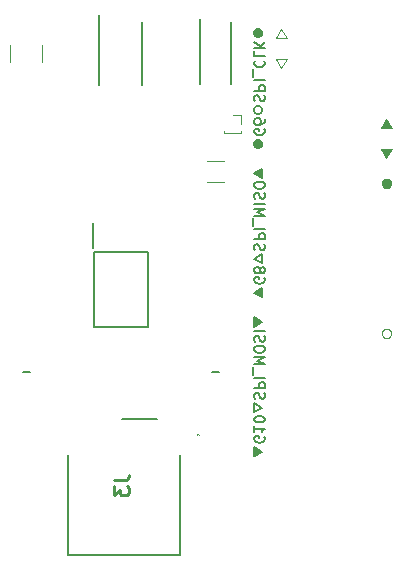
<source format=gbr>
%TF.GenerationSoftware,KiCad,Pcbnew,9.0.5-1.fc42*%
%TF.CreationDate,2025-11-07T12:43:21-08:00*%
%TF.ProjectId,adapter_relay_external,61646170-7465-4725-9f72-656c61795f65,1.0*%
%TF.SameCoordinates,Original*%
%TF.FileFunction,Legend,Bot*%
%TF.FilePolarity,Positive*%
%FSLAX46Y46*%
G04 Gerber Fmt 4.6, Leading zero omitted, Abs format (unit mm)*
G04 Created by KiCad (PCBNEW 9.0.5-1.fc42) date 2025-11-07 12:43:21*
%MOMM*%
%LPD*%
G01*
G04 APERTURE LIST*
%ADD10C,0.100000*%
%ADD11C,0.200000*%
%ADD12C,0.254000*%
%ADD13C,0.120000*%
G04 APERTURE END LIST*
D10*
X139604999Y-110217419D02*
X140033570Y-109455514D01*
X140033570Y-109455514D02*
X139176427Y-109455514D01*
X139176427Y-109455514D02*
X139604999Y-110217419D01*
X139604999Y-106915514D02*
X139176427Y-107677419D01*
X139176427Y-107677419D02*
X140033570Y-107677419D01*
X140033570Y-107677419D02*
X139604999Y-106915514D01*
X148590237Y-132315514D02*
X148399761Y-132315514D01*
X148399761Y-132315514D02*
X148209285Y-132410752D01*
X148209285Y-132410752D02*
X148114047Y-132601228D01*
X148114047Y-132601228D02*
X148114047Y-132791704D01*
X148114047Y-132791704D02*
X148209285Y-132982180D01*
X148209285Y-132982180D02*
X148399761Y-133077419D01*
X148399761Y-133077419D02*
X148590237Y-133077419D01*
X148590237Y-133077419D02*
X148780713Y-132982180D01*
X148780713Y-132982180D02*
X148875951Y-132791704D01*
X148875951Y-132791704D02*
X148875951Y-132601228D01*
X148875951Y-132601228D02*
X148780713Y-132410752D01*
X148780713Y-132410752D02*
X148590237Y-132315514D01*
X148828332Y-119805990D02*
X148828332Y-120186942D01*
X148780713Y-120234561D02*
X148590237Y-120377419D01*
X148780713Y-119758371D02*
X148590237Y-119615514D01*
X148780713Y-119710752D02*
X148780713Y-120282180D01*
X148733094Y-120282180D02*
X148733094Y-119710752D01*
X148685475Y-119663133D02*
X148685475Y-120329800D01*
X148637856Y-120329800D02*
X148637856Y-119663133D01*
X148590237Y-119615514D02*
X148590237Y-120377419D01*
X148542618Y-120377419D02*
X148542618Y-119615514D01*
X148494999Y-119615514D02*
X148494999Y-120377419D01*
X148447380Y-120377419D02*
X148447380Y-119615514D01*
X148399761Y-120377419D02*
X148209285Y-120234561D01*
X148399761Y-119615514D02*
X148399761Y-120377419D01*
X148399761Y-119615514D02*
X148209285Y-119758371D01*
X148352142Y-120329800D02*
X148352142Y-119663133D01*
X148304523Y-119663133D02*
X148304523Y-120329800D01*
X148256904Y-120282180D02*
X148256904Y-119710752D01*
X148209285Y-119710752D02*
X148209285Y-120282180D01*
X148161666Y-120186942D02*
X148161666Y-119805990D01*
X148590237Y-119615514D02*
X148399761Y-119615514D01*
X148399761Y-119615514D02*
X148209285Y-119710752D01*
X148209285Y-119710752D02*
X148114047Y-119901228D01*
X148114047Y-119901228D02*
X148114047Y-120091704D01*
X148114047Y-120091704D02*
X148209285Y-120282180D01*
X148209285Y-120282180D02*
X148399761Y-120377419D01*
X148399761Y-120377419D02*
X148590237Y-120377419D01*
X148590237Y-120377419D02*
X148780713Y-120282180D01*
X148780713Y-120282180D02*
X148875951Y-120091704D01*
X148875951Y-120091704D02*
X148875951Y-119901228D01*
X148875951Y-119901228D02*
X148780713Y-119710752D01*
X148780713Y-119710752D02*
X148590237Y-119615514D01*
X148114047Y-117123133D02*
X148114047Y-117075514D01*
X148161666Y-117218371D02*
X148161666Y-117075514D01*
X148209285Y-117313609D02*
X148209285Y-117075514D01*
X148256904Y-117408847D02*
X148256904Y-117075514D01*
X148304523Y-117456466D02*
X148304523Y-117075514D01*
X148352142Y-117551704D02*
X148352142Y-117075514D01*
X148399761Y-117646942D02*
X148399761Y-117075514D01*
X148447380Y-117742180D02*
X148447380Y-117075514D01*
X148494999Y-117837419D02*
X148494999Y-117075514D01*
X148542618Y-117742180D02*
X148542618Y-117075514D01*
X148590237Y-117646942D02*
X148590237Y-117075514D01*
X148637856Y-117551704D02*
X148637856Y-117075514D01*
X148685475Y-117456466D02*
X148685475Y-117075514D01*
X148733094Y-117408847D02*
X148733094Y-117075514D01*
X148780713Y-117313609D02*
X148780713Y-117075514D01*
X148828332Y-117218371D02*
X148828332Y-117075514D01*
X148875951Y-117075514D02*
X148494999Y-117789800D01*
X148494999Y-117789800D02*
X148114047Y-117075514D01*
X148875951Y-117123133D02*
X148875951Y-117075514D01*
X148494999Y-117837419D02*
X148923570Y-117075514D01*
X148923570Y-117075514D02*
X148066427Y-117075514D01*
X148066427Y-117075514D02*
X148494999Y-117837419D01*
D11*
X137336900Y-143064284D02*
X137294042Y-143064284D01*
X137422614Y-143021427D02*
X137294042Y-143021427D01*
X137508328Y-142978570D02*
X137294042Y-142978570D01*
X137594042Y-142935712D02*
X137294042Y-142935712D01*
X137636900Y-142892855D02*
X137294042Y-142892855D01*
X137722614Y-142849998D02*
X137294042Y-142849998D01*
X137808328Y-142807141D02*
X137294042Y-142807141D01*
X137894042Y-142764284D02*
X137294042Y-142764284D01*
X137979757Y-142721427D02*
X137294042Y-142721427D01*
X137894042Y-142678570D02*
X137294042Y-142678570D01*
X137808328Y-142635712D02*
X137294042Y-142635712D01*
X137722614Y-142592855D02*
X137294042Y-142592855D01*
X137636900Y-142549998D02*
X137294042Y-142549998D01*
X137594042Y-142507141D02*
X137294042Y-142507141D01*
X137508328Y-142464284D02*
X137294042Y-142464284D01*
X137422614Y-142421427D02*
X137294042Y-142421427D01*
X137294042Y-142378570D02*
X137936900Y-142721427D01*
X137936900Y-142721427D02*
X137294042Y-143064284D01*
X137336900Y-142378570D02*
X137294042Y-142378570D01*
X137979757Y-142721427D02*
X137294042Y-142335712D01*
X137294042Y-142335712D02*
X137294042Y-143107141D01*
X137294042Y-143107141D02*
X137979757Y-142721427D01*
X138151185Y-141478569D02*
X138194042Y-141564284D01*
X138194042Y-141564284D02*
X138194042Y-141692855D01*
X138194042Y-141692855D02*
X138151185Y-141821426D01*
X138151185Y-141821426D02*
X138065471Y-141907141D01*
X138065471Y-141907141D02*
X137979757Y-141949998D01*
X137979757Y-141949998D02*
X137808328Y-141992855D01*
X137808328Y-141992855D02*
X137679757Y-141992855D01*
X137679757Y-141992855D02*
X137508328Y-141949998D01*
X137508328Y-141949998D02*
X137422614Y-141907141D01*
X137422614Y-141907141D02*
X137336900Y-141821426D01*
X137336900Y-141821426D02*
X137294042Y-141692855D01*
X137294042Y-141692855D02*
X137294042Y-141607141D01*
X137294042Y-141607141D02*
X137336900Y-141478569D01*
X137336900Y-141478569D02*
X137379757Y-141435712D01*
X137379757Y-141435712D02*
X137679757Y-141435712D01*
X137679757Y-141435712D02*
X137679757Y-141607141D01*
X137294042Y-140578569D02*
X137294042Y-141092855D01*
X137294042Y-140835712D02*
X138194042Y-140835712D01*
X138194042Y-140835712D02*
X138065471Y-140921426D01*
X138065471Y-140921426D02*
X137979757Y-141007141D01*
X137979757Y-141007141D02*
X137936900Y-141092855D01*
X138194042Y-140021426D02*
X138194042Y-139935712D01*
X138194042Y-139935712D02*
X138151185Y-139849998D01*
X138151185Y-139849998D02*
X138108328Y-139807141D01*
X138108328Y-139807141D02*
X138022614Y-139764283D01*
X138022614Y-139764283D02*
X137851185Y-139721426D01*
X137851185Y-139721426D02*
X137636900Y-139721426D01*
X137636900Y-139721426D02*
X137465471Y-139764283D01*
X137465471Y-139764283D02*
X137379757Y-139807141D01*
X137379757Y-139807141D02*
X137336900Y-139849998D01*
X137336900Y-139849998D02*
X137294042Y-139935712D01*
X137294042Y-139935712D02*
X137294042Y-140021426D01*
X137294042Y-140021426D02*
X137336900Y-140107141D01*
X137336900Y-140107141D02*
X137379757Y-140149998D01*
X137379757Y-140149998D02*
X137465471Y-140192855D01*
X137465471Y-140192855D02*
X137636900Y-140235712D01*
X137636900Y-140235712D02*
X137851185Y-140235712D01*
X137851185Y-140235712D02*
X138022614Y-140192855D01*
X138022614Y-140192855D02*
X138108328Y-140149998D01*
X138108328Y-140149998D02*
X138151185Y-140107141D01*
X138151185Y-140107141D02*
X138194042Y-140021426D01*
X137979757Y-138992855D02*
X137294042Y-138607140D01*
X137294042Y-138607140D02*
X137294042Y-139378569D01*
X137294042Y-139378569D02*
X137979757Y-138992855D01*
X137336900Y-138264283D02*
X137294042Y-138135712D01*
X137294042Y-138135712D02*
X137294042Y-137921426D01*
X137294042Y-137921426D02*
X137336900Y-137835712D01*
X137336900Y-137835712D02*
X137379757Y-137792854D01*
X137379757Y-137792854D02*
X137465471Y-137749997D01*
X137465471Y-137749997D02*
X137551185Y-137749997D01*
X137551185Y-137749997D02*
X137636900Y-137792854D01*
X137636900Y-137792854D02*
X137679757Y-137835712D01*
X137679757Y-137835712D02*
X137722614Y-137921426D01*
X137722614Y-137921426D02*
X137765471Y-138092854D01*
X137765471Y-138092854D02*
X137808328Y-138178569D01*
X137808328Y-138178569D02*
X137851185Y-138221426D01*
X137851185Y-138221426D02*
X137936900Y-138264283D01*
X137936900Y-138264283D02*
X138022614Y-138264283D01*
X138022614Y-138264283D02*
X138108328Y-138221426D01*
X138108328Y-138221426D02*
X138151185Y-138178569D01*
X138151185Y-138178569D02*
X138194042Y-138092854D01*
X138194042Y-138092854D02*
X138194042Y-137878569D01*
X138194042Y-137878569D02*
X138151185Y-137749997D01*
X137294042Y-137364283D02*
X138194042Y-137364283D01*
X138194042Y-137364283D02*
X138194042Y-137021426D01*
X138194042Y-137021426D02*
X138151185Y-136935711D01*
X138151185Y-136935711D02*
X138108328Y-136892854D01*
X138108328Y-136892854D02*
X138022614Y-136849997D01*
X138022614Y-136849997D02*
X137894042Y-136849997D01*
X137894042Y-136849997D02*
X137808328Y-136892854D01*
X137808328Y-136892854D02*
X137765471Y-136935711D01*
X137765471Y-136935711D02*
X137722614Y-137021426D01*
X137722614Y-137021426D02*
X137722614Y-137364283D01*
X137294042Y-136464283D02*
X138194042Y-136464283D01*
X137208328Y-136249998D02*
X137208328Y-135564283D01*
X137294042Y-135349998D02*
X138194042Y-135349998D01*
X138194042Y-135349998D02*
X137551185Y-135049998D01*
X137551185Y-135049998D02*
X138194042Y-134749998D01*
X138194042Y-134749998D02*
X137294042Y-134749998D01*
X138194042Y-134149998D02*
X138194042Y-133978570D01*
X138194042Y-133978570D02*
X138151185Y-133892855D01*
X138151185Y-133892855D02*
X138065471Y-133807141D01*
X138065471Y-133807141D02*
X137894042Y-133764284D01*
X137894042Y-133764284D02*
X137594042Y-133764284D01*
X137594042Y-133764284D02*
X137422614Y-133807141D01*
X137422614Y-133807141D02*
X137336900Y-133892855D01*
X137336900Y-133892855D02*
X137294042Y-133978570D01*
X137294042Y-133978570D02*
X137294042Y-134149998D01*
X137294042Y-134149998D02*
X137336900Y-134235713D01*
X137336900Y-134235713D02*
X137422614Y-134321427D01*
X137422614Y-134321427D02*
X137594042Y-134364284D01*
X137594042Y-134364284D02*
X137894042Y-134364284D01*
X137894042Y-134364284D02*
X138065471Y-134321427D01*
X138065471Y-134321427D02*
X138151185Y-134235713D01*
X138151185Y-134235713D02*
X138194042Y-134149998D01*
X137336900Y-133421427D02*
X137294042Y-133292856D01*
X137294042Y-133292856D02*
X137294042Y-133078570D01*
X137294042Y-133078570D02*
X137336900Y-132992856D01*
X137336900Y-132992856D02*
X137379757Y-132949998D01*
X137379757Y-132949998D02*
X137465471Y-132907141D01*
X137465471Y-132907141D02*
X137551185Y-132907141D01*
X137551185Y-132907141D02*
X137636900Y-132949998D01*
X137636900Y-132949998D02*
X137679757Y-132992856D01*
X137679757Y-132992856D02*
X137722614Y-133078570D01*
X137722614Y-133078570D02*
X137765471Y-133249998D01*
X137765471Y-133249998D02*
X137808328Y-133335713D01*
X137808328Y-133335713D02*
X137851185Y-133378570D01*
X137851185Y-133378570D02*
X137936900Y-133421427D01*
X137936900Y-133421427D02*
X138022614Y-133421427D01*
X138022614Y-133421427D02*
X138108328Y-133378570D01*
X138108328Y-133378570D02*
X138151185Y-133335713D01*
X138151185Y-133335713D02*
X138194042Y-133249998D01*
X138194042Y-133249998D02*
X138194042Y-133035713D01*
X138194042Y-133035713D02*
X138151185Y-132907141D01*
X137294042Y-132521427D02*
X138194042Y-132521427D01*
X137336900Y-132092856D02*
X137294042Y-132092856D01*
X137422614Y-132049999D02*
X137294042Y-132049999D01*
X137508328Y-132007142D02*
X137294042Y-132007142D01*
X137594042Y-131964284D02*
X137294042Y-131964284D01*
X137636900Y-131921427D02*
X137294042Y-131921427D01*
X137722614Y-131878570D02*
X137294042Y-131878570D01*
X137808328Y-131835713D02*
X137294042Y-131835713D01*
X137894042Y-131792856D02*
X137294042Y-131792856D01*
X137979757Y-131749999D02*
X137294042Y-131749999D01*
X137894042Y-131707142D02*
X137294042Y-131707142D01*
X137808328Y-131664284D02*
X137294042Y-131664284D01*
X137722614Y-131621427D02*
X137294042Y-131621427D01*
X137636900Y-131578570D02*
X137294042Y-131578570D01*
X137594042Y-131535713D02*
X137294042Y-131535713D01*
X137508328Y-131492856D02*
X137294042Y-131492856D01*
X137422614Y-131449999D02*
X137294042Y-131449999D01*
X137294042Y-131407142D02*
X137936900Y-131749999D01*
X137936900Y-131749999D02*
X137294042Y-132092856D01*
X137336900Y-131407142D02*
X137294042Y-131407142D01*
X137979757Y-131749999D02*
X137294042Y-131364284D01*
X137294042Y-131364284D02*
X137294042Y-132135713D01*
X137294042Y-132135713D02*
X137979757Y-131749999D01*
X137936900Y-128921428D02*
X137979757Y-128921428D01*
X137851185Y-128964285D02*
X137979757Y-128964285D01*
X137765471Y-129007142D02*
X137979757Y-129007142D01*
X137679757Y-129049999D02*
X137979757Y-129049999D01*
X137636900Y-129092856D02*
X137979757Y-129092856D01*
X137551185Y-129135713D02*
X137979757Y-129135713D01*
X137465471Y-129178570D02*
X137979757Y-129178570D01*
X137379757Y-129221428D02*
X137979757Y-129221428D01*
X137294042Y-129264285D02*
X137979757Y-129264285D01*
X137379757Y-129307142D02*
X137979757Y-129307142D01*
X137465471Y-129349999D02*
X137979757Y-129349999D01*
X137551185Y-129392856D02*
X137979757Y-129392856D01*
X137636900Y-129435713D02*
X137979757Y-129435713D01*
X137679757Y-129478570D02*
X137979757Y-129478570D01*
X137765471Y-129521428D02*
X137979757Y-129521428D01*
X137851185Y-129564285D02*
X137979757Y-129564285D01*
X137979757Y-129607142D02*
X137336900Y-129264285D01*
X137336900Y-129264285D02*
X137979757Y-128921428D01*
X137936900Y-129607142D02*
X137979757Y-129607142D01*
X137294042Y-129264285D02*
X137979757Y-129649999D01*
X137979757Y-129649999D02*
X137979757Y-128878570D01*
X137979757Y-128878570D02*
X137294042Y-129264285D01*
X138151185Y-128021427D02*
X138194042Y-128107142D01*
X138194042Y-128107142D02*
X138194042Y-128235713D01*
X138194042Y-128235713D02*
X138151185Y-128364284D01*
X138151185Y-128364284D02*
X138065471Y-128449999D01*
X138065471Y-128449999D02*
X137979757Y-128492856D01*
X137979757Y-128492856D02*
X137808328Y-128535713D01*
X137808328Y-128535713D02*
X137679757Y-128535713D01*
X137679757Y-128535713D02*
X137508328Y-128492856D01*
X137508328Y-128492856D02*
X137422614Y-128449999D01*
X137422614Y-128449999D02*
X137336900Y-128364284D01*
X137336900Y-128364284D02*
X137294042Y-128235713D01*
X137294042Y-128235713D02*
X137294042Y-128149999D01*
X137294042Y-128149999D02*
X137336900Y-128021427D01*
X137336900Y-128021427D02*
X137379757Y-127978570D01*
X137379757Y-127978570D02*
X137679757Y-127978570D01*
X137679757Y-127978570D02*
X137679757Y-128149999D01*
X137808328Y-127464284D02*
X137851185Y-127549999D01*
X137851185Y-127549999D02*
X137894042Y-127592856D01*
X137894042Y-127592856D02*
X137979757Y-127635713D01*
X137979757Y-127635713D02*
X138022614Y-127635713D01*
X138022614Y-127635713D02*
X138108328Y-127592856D01*
X138108328Y-127592856D02*
X138151185Y-127549999D01*
X138151185Y-127549999D02*
X138194042Y-127464284D01*
X138194042Y-127464284D02*
X138194042Y-127292856D01*
X138194042Y-127292856D02*
X138151185Y-127207142D01*
X138151185Y-127207142D02*
X138108328Y-127164284D01*
X138108328Y-127164284D02*
X138022614Y-127121427D01*
X138022614Y-127121427D02*
X137979757Y-127121427D01*
X137979757Y-127121427D02*
X137894042Y-127164284D01*
X137894042Y-127164284D02*
X137851185Y-127207142D01*
X137851185Y-127207142D02*
X137808328Y-127292856D01*
X137808328Y-127292856D02*
X137808328Y-127464284D01*
X137808328Y-127464284D02*
X137765471Y-127549999D01*
X137765471Y-127549999D02*
X137722614Y-127592856D01*
X137722614Y-127592856D02*
X137636900Y-127635713D01*
X137636900Y-127635713D02*
X137465471Y-127635713D01*
X137465471Y-127635713D02*
X137379757Y-127592856D01*
X137379757Y-127592856D02*
X137336900Y-127549999D01*
X137336900Y-127549999D02*
X137294042Y-127464284D01*
X137294042Y-127464284D02*
X137294042Y-127292856D01*
X137294042Y-127292856D02*
X137336900Y-127207142D01*
X137336900Y-127207142D02*
X137379757Y-127164284D01*
X137379757Y-127164284D02*
X137465471Y-127121427D01*
X137465471Y-127121427D02*
X137636900Y-127121427D01*
X137636900Y-127121427D02*
X137722614Y-127164284D01*
X137722614Y-127164284D02*
X137765471Y-127207142D01*
X137765471Y-127207142D02*
X137808328Y-127292856D01*
X137294042Y-126392856D02*
X137979757Y-126778570D01*
X137979757Y-126778570D02*
X137979757Y-126007141D01*
X137979757Y-126007141D02*
X137294042Y-126392856D01*
X137336900Y-125664284D02*
X137294042Y-125535713D01*
X137294042Y-125535713D02*
X137294042Y-125321427D01*
X137294042Y-125321427D02*
X137336900Y-125235713D01*
X137336900Y-125235713D02*
X137379757Y-125192855D01*
X137379757Y-125192855D02*
X137465471Y-125149998D01*
X137465471Y-125149998D02*
X137551185Y-125149998D01*
X137551185Y-125149998D02*
X137636900Y-125192855D01*
X137636900Y-125192855D02*
X137679757Y-125235713D01*
X137679757Y-125235713D02*
X137722614Y-125321427D01*
X137722614Y-125321427D02*
X137765471Y-125492855D01*
X137765471Y-125492855D02*
X137808328Y-125578570D01*
X137808328Y-125578570D02*
X137851185Y-125621427D01*
X137851185Y-125621427D02*
X137936900Y-125664284D01*
X137936900Y-125664284D02*
X138022614Y-125664284D01*
X138022614Y-125664284D02*
X138108328Y-125621427D01*
X138108328Y-125621427D02*
X138151185Y-125578570D01*
X138151185Y-125578570D02*
X138194042Y-125492855D01*
X138194042Y-125492855D02*
X138194042Y-125278570D01*
X138194042Y-125278570D02*
X138151185Y-125149998D01*
X137294042Y-124764284D02*
X138194042Y-124764284D01*
X138194042Y-124764284D02*
X138194042Y-124421427D01*
X138194042Y-124421427D02*
X138151185Y-124335712D01*
X138151185Y-124335712D02*
X138108328Y-124292855D01*
X138108328Y-124292855D02*
X138022614Y-124249998D01*
X138022614Y-124249998D02*
X137894042Y-124249998D01*
X137894042Y-124249998D02*
X137808328Y-124292855D01*
X137808328Y-124292855D02*
X137765471Y-124335712D01*
X137765471Y-124335712D02*
X137722614Y-124421427D01*
X137722614Y-124421427D02*
X137722614Y-124764284D01*
X137294042Y-123864284D02*
X138194042Y-123864284D01*
X137208328Y-123649999D02*
X137208328Y-122964284D01*
X137294042Y-122749999D02*
X138194042Y-122749999D01*
X138194042Y-122749999D02*
X137551185Y-122449999D01*
X137551185Y-122449999D02*
X138194042Y-122149999D01*
X138194042Y-122149999D02*
X137294042Y-122149999D01*
X137294042Y-121721428D02*
X138194042Y-121721428D01*
X137336900Y-121335714D02*
X137294042Y-121207143D01*
X137294042Y-121207143D02*
X137294042Y-120992857D01*
X137294042Y-120992857D02*
X137336900Y-120907143D01*
X137336900Y-120907143D02*
X137379757Y-120864285D01*
X137379757Y-120864285D02*
X137465471Y-120821428D01*
X137465471Y-120821428D02*
X137551185Y-120821428D01*
X137551185Y-120821428D02*
X137636900Y-120864285D01*
X137636900Y-120864285D02*
X137679757Y-120907143D01*
X137679757Y-120907143D02*
X137722614Y-120992857D01*
X137722614Y-120992857D02*
X137765471Y-121164285D01*
X137765471Y-121164285D02*
X137808328Y-121250000D01*
X137808328Y-121250000D02*
X137851185Y-121292857D01*
X137851185Y-121292857D02*
X137936900Y-121335714D01*
X137936900Y-121335714D02*
X138022614Y-121335714D01*
X138022614Y-121335714D02*
X138108328Y-121292857D01*
X138108328Y-121292857D02*
X138151185Y-121250000D01*
X138151185Y-121250000D02*
X138194042Y-121164285D01*
X138194042Y-121164285D02*
X138194042Y-120950000D01*
X138194042Y-120950000D02*
X138151185Y-120821428D01*
X138194042Y-120264285D02*
X138194042Y-120092857D01*
X138194042Y-120092857D02*
X138151185Y-120007142D01*
X138151185Y-120007142D02*
X138065471Y-119921428D01*
X138065471Y-119921428D02*
X137894042Y-119878571D01*
X137894042Y-119878571D02*
X137594042Y-119878571D01*
X137594042Y-119878571D02*
X137422614Y-119921428D01*
X137422614Y-119921428D02*
X137336900Y-120007142D01*
X137336900Y-120007142D02*
X137294042Y-120092857D01*
X137294042Y-120092857D02*
X137294042Y-120264285D01*
X137294042Y-120264285D02*
X137336900Y-120350000D01*
X137336900Y-120350000D02*
X137422614Y-120435714D01*
X137422614Y-120435714D02*
X137594042Y-120478571D01*
X137594042Y-120478571D02*
X137894042Y-120478571D01*
X137894042Y-120478571D02*
X138065471Y-120435714D01*
X138065471Y-120435714D02*
X138151185Y-120350000D01*
X138151185Y-120350000D02*
X138194042Y-120264285D01*
X137936900Y-118807143D02*
X137979757Y-118807143D01*
X137851185Y-118850000D02*
X137979757Y-118850000D01*
X137765471Y-118892857D02*
X137979757Y-118892857D01*
X137679757Y-118935714D02*
X137979757Y-118935714D01*
X137636900Y-118978571D02*
X137979757Y-118978571D01*
X137551185Y-119021428D02*
X137979757Y-119021428D01*
X137465471Y-119064285D02*
X137979757Y-119064285D01*
X137379757Y-119107143D02*
X137979757Y-119107143D01*
X137294042Y-119150000D02*
X137979757Y-119150000D01*
X137379757Y-119192857D02*
X137979757Y-119192857D01*
X137465471Y-119235714D02*
X137979757Y-119235714D01*
X137551185Y-119278571D02*
X137979757Y-119278571D01*
X137636900Y-119321428D02*
X137979757Y-119321428D01*
X137679757Y-119364285D02*
X137979757Y-119364285D01*
X137765471Y-119407143D02*
X137979757Y-119407143D01*
X137851185Y-119450000D02*
X137979757Y-119450000D01*
X137979757Y-119492857D02*
X137336900Y-119150000D01*
X137336900Y-119150000D02*
X137979757Y-118807143D01*
X137936900Y-119492857D02*
X137979757Y-119492857D01*
X137294042Y-119150000D02*
X137979757Y-119535714D01*
X137979757Y-119535714D02*
X137979757Y-118764285D01*
X137979757Y-118764285D02*
X137294042Y-119150000D01*
X137808328Y-116964286D02*
X137465471Y-116964286D01*
X137422614Y-116921429D02*
X137294042Y-116750000D01*
X137851185Y-116921429D02*
X137979757Y-116750000D01*
X137894042Y-116921429D02*
X137379757Y-116921429D01*
X137379757Y-116878571D02*
X137894042Y-116878571D01*
X137936900Y-116835714D02*
X137336900Y-116835714D01*
X137336900Y-116792857D02*
X137936900Y-116792857D01*
X137979757Y-116750000D02*
X137294042Y-116750000D01*
X137294042Y-116707143D02*
X137979757Y-116707143D01*
X137979757Y-116664286D02*
X137294042Y-116664286D01*
X137294042Y-116621429D02*
X137979757Y-116621429D01*
X137294042Y-116578571D02*
X137422614Y-116407143D01*
X137979757Y-116578571D02*
X137294042Y-116578571D01*
X137979757Y-116578571D02*
X137851185Y-116407143D01*
X137336900Y-116535714D02*
X137936900Y-116535714D01*
X137936900Y-116492857D02*
X137336900Y-116492857D01*
X137379757Y-116450000D02*
X137894042Y-116450000D01*
X137894042Y-116407143D02*
X137379757Y-116407143D01*
X137465471Y-116364286D02*
X137808328Y-116364286D01*
X137979757Y-116750000D02*
X137979757Y-116578571D01*
X137979757Y-116578571D02*
X137894042Y-116407143D01*
X137894042Y-116407143D02*
X137722614Y-116321429D01*
X137722614Y-116321429D02*
X137551185Y-116321429D01*
X137551185Y-116321429D02*
X137379757Y-116407143D01*
X137379757Y-116407143D02*
X137294042Y-116578571D01*
X137294042Y-116578571D02*
X137294042Y-116750000D01*
X137294042Y-116750000D02*
X137379757Y-116921429D01*
X137379757Y-116921429D02*
X137551185Y-117007143D01*
X137551185Y-117007143D02*
X137722614Y-117007143D01*
X137722614Y-117007143D02*
X137894042Y-116921429D01*
X137894042Y-116921429D02*
X137979757Y-116750000D01*
X138151185Y-115421428D02*
X138194042Y-115507143D01*
X138194042Y-115507143D02*
X138194042Y-115635714D01*
X138194042Y-115635714D02*
X138151185Y-115764285D01*
X138151185Y-115764285D02*
X138065471Y-115850000D01*
X138065471Y-115850000D02*
X137979757Y-115892857D01*
X137979757Y-115892857D02*
X137808328Y-115935714D01*
X137808328Y-115935714D02*
X137679757Y-115935714D01*
X137679757Y-115935714D02*
X137508328Y-115892857D01*
X137508328Y-115892857D02*
X137422614Y-115850000D01*
X137422614Y-115850000D02*
X137336900Y-115764285D01*
X137336900Y-115764285D02*
X137294042Y-115635714D01*
X137294042Y-115635714D02*
X137294042Y-115550000D01*
X137294042Y-115550000D02*
X137336900Y-115421428D01*
X137336900Y-115421428D02*
X137379757Y-115378571D01*
X137379757Y-115378571D02*
X137679757Y-115378571D01*
X137679757Y-115378571D02*
X137679757Y-115550000D01*
X138194042Y-114607143D02*
X138194042Y-114778571D01*
X138194042Y-114778571D02*
X138151185Y-114864285D01*
X138151185Y-114864285D02*
X138108328Y-114907143D01*
X138108328Y-114907143D02*
X137979757Y-114992857D01*
X137979757Y-114992857D02*
X137808328Y-115035714D01*
X137808328Y-115035714D02*
X137465471Y-115035714D01*
X137465471Y-115035714D02*
X137379757Y-114992857D01*
X137379757Y-114992857D02*
X137336900Y-114950000D01*
X137336900Y-114950000D02*
X137294042Y-114864285D01*
X137294042Y-114864285D02*
X137294042Y-114692857D01*
X137294042Y-114692857D02*
X137336900Y-114607143D01*
X137336900Y-114607143D02*
X137379757Y-114564285D01*
X137379757Y-114564285D02*
X137465471Y-114521428D01*
X137465471Y-114521428D02*
X137679757Y-114521428D01*
X137679757Y-114521428D02*
X137765471Y-114564285D01*
X137765471Y-114564285D02*
X137808328Y-114607143D01*
X137808328Y-114607143D02*
X137851185Y-114692857D01*
X137851185Y-114692857D02*
X137851185Y-114864285D01*
X137851185Y-114864285D02*
X137808328Y-114950000D01*
X137808328Y-114950000D02*
X137765471Y-114992857D01*
X137765471Y-114992857D02*
X137679757Y-115035714D01*
X137979757Y-113878571D02*
X137979757Y-113707142D01*
X137979757Y-113707142D02*
X137894042Y-113535714D01*
X137894042Y-113535714D02*
X137722614Y-113450000D01*
X137722614Y-113450000D02*
X137551185Y-113450000D01*
X137551185Y-113450000D02*
X137379757Y-113535714D01*
X137379757Y-113535714D02*
X137294042Y-113707142D01*
X137294042Y-113707142D02*
X137294042Y-113878571D01*
X137294042Y-113878571D02*
X137379757Y-114050000D01*
X137379757Y-114050000D02*
X137551185Y-114135714D01*
X137551185Y-114135714D02*
X137722614Y-114135714D01*
X137722614Y-114135714D02*
X137894042Y-114050000D01*
X137894042Y-114050000D02*
X137979757Y-113878571D01*
X137336900Y-113064285D02*
X137294042Y-112935714D01*
X137294042Y-112935714D02*
X137294042Y-112721428D01*
X137294042Y-112721428D02*
X137336900Y-112635714D01*
X137336900Y-112635714D02*
X137379757Y-112592856D01*
X137379757Y-112592856D02*
X137465471Y-112549999D01*
X137465471Y-112549999D02*
X137551185Y-112549999D01*
X137551185Y-112549999D02*
X137636900Y-112592856D01*
X137636900Y-112592856D02*
X137679757Y-112635714D01*
X137679757Y-112635714D02*
X137722614Y-112721428D01*
X137722614Y-112721428D02*
X137765471Y-112892856D01*
X137765471Y-112892856D02*
X137808328Y-112978571D01*
X137808328Y-112978571D02*
X137851185Y-113021428D01*
X137851185Y-113021428D02*
X137936900Y-113064285D01*
X137936900Y-113064285D02*
X138022614Y-113064285D01*
X138022614Y-113064285D02*
X138108328Y-113021428D01*
X138108328Y-113021428D02*
X138151185Y-112978571D01*
X138151185Y-112978571D02*
X138194042Y-112892856D01*
X138194042Y-112892856D02*
X138194042Y-112678571D01*
X138194042Y-112678571D02*
X138151185Y-112549999D01*
X137294042Y-112164285D02*
X138194042Y-112164285D01*
X138194042Y-112164285D02*
X138194042Y-111821428D01*
X138194042Y-111821428D02*
X138151185Y-111735713D01*
X138151185Y-111735713D02*
X138108328Y-111692856D01*
X138108328Y-111692856D02*
X138022614Y-111649999D01*
X138022614Y-111649999D02*
X137894042Y-111649999D01*
X137894042Y-111649999D02*
X137808328Y-111692856D01*
X137808328Y-111692856D02*
X137765471Y-111735713D01*
X137765471Y-111735713D02*
X137722614Y-111821428D01*
X137722614Y-111821428D02*
X137722614Y-112164285D01*
X137294042Y-111264285D02*
X138194042Y-111264285D01*
X137208328Y-111050000D02*
X137208328Y-110364285D01*
X137379757Y-109635714D02*
X137336900Y-109678571D01*
X137336900Y-109678571D02*
X137294042Y-109807143D01*
X137294042Y-109807143D02*
X137294042Y-109892857D01*
X137294042Y-109892857D02*
X137336900Y-110021428D01*
X137336900Y-110021428D02*
X137422614Y-110107143D01*
X137422614Y-110107143D02*
X137508328Y-110150000D01*
X137508328Y-110150000D02*
X137679757Y-110192857D01*
X137679757Y-110192857D02*
X137808328Y-110192857D01*
X137808328Y-110192857D02*
X137979757Y-110150000D01*
X137979757Y-110150000D02*
X138065471Y-110107143D01*
X138065471Y-110107143D02*
X138151185Y-110021428D01*
X138151185Y-110021428D02*
X138194042Y-109892857D01*
X138194042Y-109892857D02*
X138194042Y-109807143D01*
X138194042Y-109807143D02*
X138151185Y-109678571D01*
X138151185Y-109678571D02*
X138108328Y-109635714D01*
X137294042Y-108821428D02*
X137294042Y-109250000D01*
X137294042Y-109250000D02*
X138194042Y-109250000D01*
X137294042Y-108521429D02*
X138194042Y-108521429D01*
X137294042Y-108007143D02*
X137808328Y-108392857D01*
X138194042Y-108007143D02*
X137679757Y-108521429D01*
X137808328Y-107578572D02*
X137465471Y-107578572D01*
X137422614Y-107535715D02*
X137294042Y-107364286D01*
X137851185Y-107535715D02*
X137979757Y-107364286D01*
X137894042Y-107535715D02*
X137379757Y-107535715D01*
X137379757Y-107492857D02*
X137894042Y-107492857D01*
X137936900Y-107450000D02*
X137336900Y-107450000D01*
X137336900Y-107407143D02*
X137936900Y-107407143D01*
X137979757Y-107364286D02*
X137294042Y-107364286D01*
X137294042Y-107321429D02*
X137979757Y-107321429D01*
X137979757Y-107278572D02*
X137294042Y-107278572D01*
X137294042Y-107235715D02*
X137979757Y-107235715D01*
X137294042Y-107192857D02*
X137422614Y-107021429D01*
X137979757Y-107192857D02*
X137294042Y-107192857D01*
X137979757Y-107192857D02*
X137851185Y-107021429D01*
X137336900Y-107150000D02*
X137936900Y-107150000D01*
X137936900Y-107107143D02*
X137336900Y-107107143D01*
X137379757Y-107064286D02*
X137894042Y-107064286D01*
X137894042Y-107021429D02*
X137379757Y-107021429D01*
X137465471Y-106978572D02*
X137808328Y-106978572D01*
X137979757Y-107364286D02*
X137979757Y-107192857D01*
X137979757Y-107192857D02*
X137894042Y-107021429D01*
X137894042Y-107021429D02*
X137722614Y-106935715D01*
X137722614Y-106935715D02*
X137551185Y-106935715D01*
X137551185Y-106935715D02*
X137379757Y-107021429D01*
X137379757Y-107021429D02*
X137294042Y-107192857D01*
X137294042Y-107192857D02*
X137294042Y-107364286D01*
X137294042Y-107364286D02*
X137379757Y-107535715D01*
X137379757Y-107535715D02*
X137551185Y-107621429D01*
X137551185Y-107621429D02*
X137722614Y-107621429D01*
X137722614Y-107621429D02*
X137894042Y-107535715D01*
X137894042Y-107535715D02*
X137979757Y-107364286D01*
D10*
X148875951Y-115249800D02*
X148875951Y-115297419D01*
X148828332Y-115154561D02*
X148828332Y-115297419D01*
X148780713Y-115059323D02*
X148780713Y-115297419D01*
X148733094Y-114964085D02*
X148733094Y-115297419D01*
X148685475Y-114916466D02*
X148685475Y-115297419D01*
X148637856Y-114821228D02*
X148637856Y-115297419D01*
X148590237Y-114725990D02*
X148590237Y-115297419D01*
X148542618Y-114630752D02*
X148542618Y-115297419D01*
X148494999Y-114535514D02*
X148494999Y-115297419D01*
X148447380Y-114630752D02*
X148447380Y-115297419D01*
X148399761Y-114725990D02*
X148399761Y-115297419D01*
X148352142Y-114821228D02*
X148352142Y-115297419D01*
X148304523Y-114916466D02*
X148304523Y-115297419D01*
X148256904Y-114964085D02*
X148256904Y-115297419D01*
X148209285Y-115059323D02*
X148209285Y-115297419D01*
X148161666Y-115154561D02*
X148161666Y-115297419D01*
X148114047Y-115297419D02*
X148494999Y-114583133D01*
X148494999Y-114583133D02*
X148875951Y-115297419D01*
X148114047Y-115249800D02*
X148114047Y-115297419D01*
X148494999Y-114535514D02*
X148066427Y-115297419D01*
X148066427Y-115297419D02*
X148923570Y-115297419D01*
X148923570Y-115297419D02*
X148494999Y-114535514D01*
D12*
X125410318Y-145170667D02*
X126317461Y-145170667D01*
X126317461Y-145170667D02*
X126498889Y-145110190D01*
X126498889Y-145110190D02*
X126619842Y-144989238D01*
X126619842Y-144989238D02*
X126680318Y-144807809D01*
X126680318Y-144807809D02*
X126680318Y-144686857D01*
X125410318Y-145654476D02*
X125410318Y-146440667D01*
X125410318Y-146440667D02*
X125894127Y-146017333D01*
X125894127Y-146017333D02*
X125894127Y-146198762D01*
X125894127Y-146198762D02*
X125954603Y-146319714D01*
X125954603Y-146319714D02*
X126015080Y-146380190D01*
X126015080Y-146380190D02*
X126136032Y-146440667D01*
X126136032Y-146440667D02*
X126438413Y-146440667D01*
X126438413Y-146440667D02*
X126559365Y-146380190D01*
X126559365Y-146380190D02*
X126619842Y-146319714D01*
X126619842Y-146319714D02*
X126680318Y-146198762D01*
X126680318Y-146198762D02*
X126680318Y-145835905D01*
X126680318Y-145835905D02*
X126619842Y-145714952D01*
X126619842Y-145714952D02*
X126559365Y-145654476D01*
D13*
%TO.C,J4*%
X136207500Y-114265000D02*
X135462500Y-114265000D01*
X136207500Y-115000000D02*
X136207500Y-114265000D01*
X136207500Y-115735000D02*
X136207500Y-115610000D01*
X136207500Y-115735000D02*
X136148065Y-115735000D01*
X136207500Y-115735000D02*
X134717500Y-115735000D01*
X134776935Y-115735000D02*
X134717500Y-115735000D01*
X134717500Y-115735000D02*
X134717500Y-115610000D01*
D11*
%TO.C,F1*%
X134300000Y-136000000D02*
X133700000Y-136000000D01*
%TO.C,D1*%
X132698000Y-111605000D02*
X132698000Y-106075000D01*
X135302000Y-106395000D02*
X135302000Y-111605000D01*
%TO.C,U1*%
X123655000Y-123400000D02*
X123655000Y-125500000D01*
X123700000Y-125850000D02*
X123700000Y-132150000D01*
X123700000Y-132150000D02*
X128300000Y-132150000D01*
X128300000Y-125850000D02*
X123700000Y-125850000D01*
X128300000Y-132150000D02*
X128300000Y-125850000D01*
D13*
%TO.C,R1*%
X116645000Y-108276263D02*
X116645000Y-109723737D01*
X119355000Y-108276263D02*
X119355000Y-109723737D01*
D11*
%TO.C,F2*%
X117700000Y-136000000D02*
X118300000Y-136000000D01*
%TO.C,D2*%
X124190000Y-111668000D02*
X124190000Y-105725000D01*
X127810000Y-106332000D02*
X127810000Y-111668000D01*
%TO.C,J3*%
X121495654Y-151500000D02*
X121495654Y-143050000D01*
X126145654Y-140000000D02*
X129045654Y-140000000D01*
X130995654Y-143050000D02*
X130995654Y-151500000D01*
X130995654Y-151500000D02*
X121495654Y-151500000D01*
D10*
X132495654Y-141300000D02*
X132495654Y-141300000D01*
X132595654Y-141300000D02*
X132595654Y-141300000D01*
X132495654Y-141300000D02*
G75*
G02*
X132595746Y-141300000I50046J0D01*
G01*
X132595654Y-141300000D02*
G75*
G02*
X132495746Y-141300000I-49954J0D01*
G01*
D13*
%TO.C,R2*%
X134727064Y-118090000D02*
X133272936Y-118090000D01*
X134727064Y-119910000D02*
X133272936Y-119910000D01*
%TD*%
M02*

</source>
